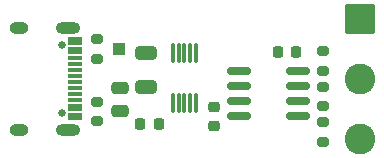
<source format=gbr>
%TF.GenerationSoftware,KiCad,Pcbnew,9.0.6*%
%TF.CreationDate,2025-11-24T21:34:53-08:00*%
%TF.ProjectId,rs485_adapter,72733438-355f-4616-9461-707465722e6b,A*%
%TF.SameCoordinates,Original*%
%TF.FileFunction,Soldermask,Top*%
%TF.FilePolarity,Negative*%
%FSLAX46Y46*%
G04 Gerber Fmt 4.6, Leading zero omitted, Abs format (unit mm)*
G04 Created by KiCad (PCBNEW 9.0.6) date 2025-11-24 21:34:53*
%MOMM*%
%LPD*%
G01*
G04 APERTURE LIST*
G04 Aperture macros list*
%AMRoundRect*
0 Rectangle with rounded corners*
0 $1 Rounding radius*
0 $2 $3 $4 $5 $6 $7 $8 $9 X,Y pos of 4 corners*
0 Add a 4 corners polygon primitive as box body*
4,1,4,$2,$3,$4,$5,$6,$7,$8,$9,$2,$3,0*
0 Add four circle primitives for the rounded corners*
1,1,$1+$1,$2,$3*
1,1,$1+$1,$4,$5*
1,1,$1+$1,$6,$7*
1,1,$1+$1,$8,$9*
0 Add four rect primitives between the rounded corners*
20,1,$1+$1,$2,$3,$4,$5,0*
20,1,$1+$1,$4,$5,$6,$7,0*
20,1,$1+$1,$6,$7,$8,$9,0*
20,1,$1+$1,$8,$9,$2,$3,0*%
G04 Aperture macros list end*
%ADD10R,1.000000X1.000000*%
%ADD11RoundRect,0.225000X0.225000X0.250000X-0.225000X0.250000X-0.225000X-0.250000X0.225000X-0.250000X0*%
%ADD12RoundRect,0.075000X-0.075000X0.737500X-0.075000X-0.737500X0.075000X-0.737500X0.075000X0.737500X0*%
%ADD13RoundRect,0.150000X-0.825000X-0.150000X0.825000X-0.150000X0.825000X0.150000X-0.825000X0.150000X0*%
%ADD14RoundRect,0.200000X-0.275000X0.200000X-0.275000X-0.200000X0.275000X-0.200000X0.275000X0.200000X0*%
%ADD15RoundRect,0.200000X0.275000X-0.200000X0.275000X0.200000X-0.275000X0.200000X-0.275000X-0.200000X0*%
%ADD16C,0.650000*%
%ADD17R,1.150000X0.300000*%
%ADD18O,2.100000X1.000000*%
%ADD19O,1.600000X1.000000*%
%ADD20RoundRect,0.250000X-0.475000X0.250000X-0.475000X-0.250000X0.475000X-0.250000X0.475000X0.250000X0*%
%ADD21RoundRect,0.250000X0.650000X-0.325000X0.650000X0.325000X-0.650000X0.325000X-0.650000X-0.325000X0*%
%ADD22RoundRect,0.225000X-0.250000X0.225000X-0.250000X-0.225000X0.250000X-0.225000X0.250000X0.225000X0*%
%ADD23C,2.600000*%
%ADD24RoundRect,0.250000X-1.050000X1.050000X-1.050000X-1.050000X1.050000X-1.050000X1.050000X1.050000X0*%
G04 APERTURE END LIST*
D10*
%TO.C,TP1*%
X152200000Y-99100000D03*
%TD*%
D11*
%TO.C,C3*%
X167225000Y-99350000D03*
X165675000Y-99350000D03*
%TD*%
D12*
%TO.C,U1*%
X158750000Y-99387500D03*
X158250000Y-99387500D03*
X157750000Y-99387500D03*
X157250000Y-99387500D03*
X156750000Y-99387500D03*
X156750000Y-103612500D03*
X157250000Y-103612500D03*
X157750000Y-103612500D03*
X158250000Y-103612500D03*
X158750000Y-103612500D03*
%TD*%
D13*
%TO.C,U2*%
X162405000Y-100965000D03*
X162405000Y-102235000D03*
X162405000Y-103505000D03*
X162405000Y-104775000D03*
X167355000Y-104775000D03*
X167355000Y-103505000D03*
X167355000Y-102235000D03*
X167355000Y-100965000D03*
%TD*%
D14*
%TO.C,R5*%
X169500000Y-105275000D03*
X169500000Y-106925000D03*
%TD*%
%TO.C,R4*%
X169500000Y-99275000D03*
X169500000Y-100925000D03*
%TD*%
D15*
%TO.C,R3*%
X169500000Y-103925000D03*
X169500000Y-102275000D03*
%TD*%
D14*
%TO.C,R2*%
X150368000Y-103525000D03*
X150368000Y-105175000D03*
%TD*%
D15*
%TO.C,R1*%
X150368000Y-99885000D03*
X150368000Y-98235000D03*
%TD*%
D16*
%TO.C,J1*%
X147385000Y-98710000D03*
X147385000Y-104490000D03*
D17*
X148450000Y-98250000D03*
X148450000Y-99050000D03*
X148450000Y-100350000D03*
X148450000Y-101350000D03*
X148450000Y-101850000D03*
X148450000Y-102850000D03*
X148450000Y-104150000D03*
X148450000Y-104950000D03*
X148450000Y-104650000D03*
X148450000Y-103850000D03*
X148450000Y-103350000D03*
X148450000Y-102350000D03*
X148450000Y-100850000D03*
X148450000Y-99850000D03*
X148450000Y-99350000D03*
X148450000Y-98550000D03*
D18*
X147885000Y-97280000D03*
D19*
X143705000Y-97280000D03*
D18*
X147885000Y-105920000D03*
D19*
X143705000Y-105920000D03*
%TD*%
D20*
%TO.C,C5*%
X152300000Y-102400000D03*
X152300000Y-104300000D03*
%TD*%
D21*
%TO.C,C4*%
X154450000Y-99375000D03*
X154450000Y-102325000D03*
%TD*%
D11*
%TO.C,C2*%
X155575000Y-105410000D03*
X154025000Y-105410000D03*
%TD*%
D22*
%TO.C,C1*%
X160250000Y-105550000D03*
X160250000Y-104000000D03*
%TD*%
D23*
%TO.C,J2*%
X172580000Y-106675000D03*
X172580000Y-101595000D03*
D24*
X172580000Y-96515000D03*
%TD*%
M02*

</source>
